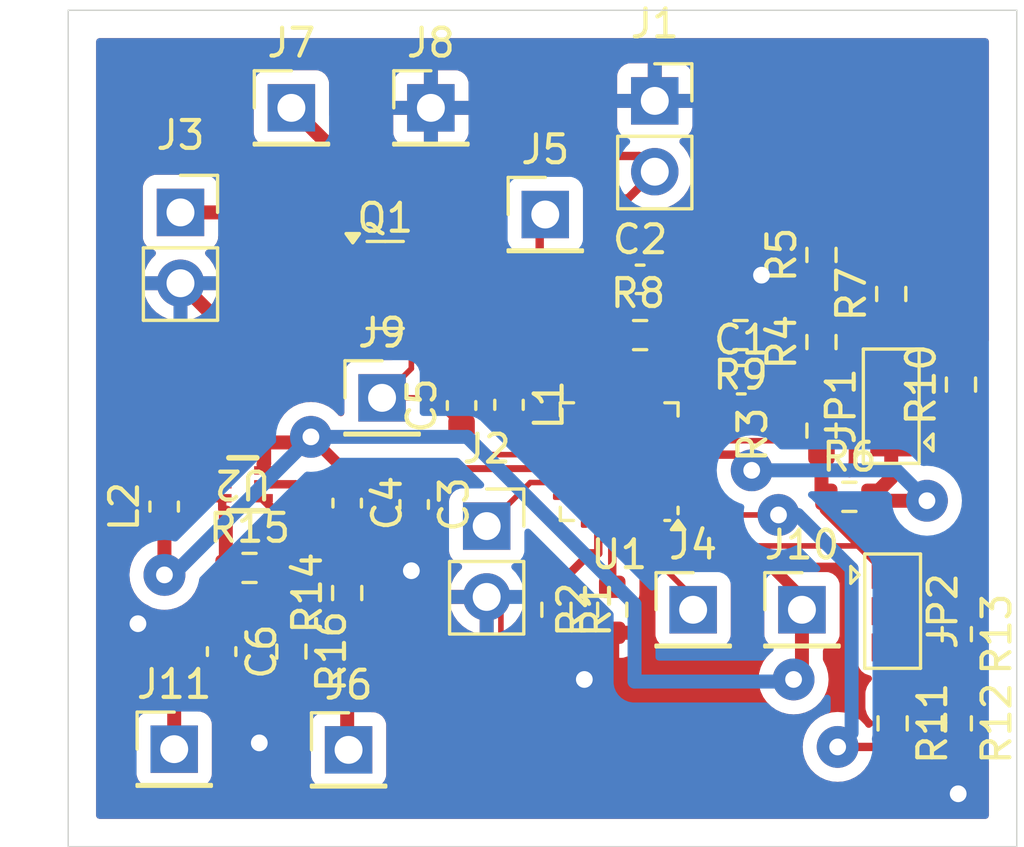
<source format=kicad_pcb>
(kicad_pcb (version 20240108) (generator "pcbnew") (generator_version "8.0")
  (layers (0 "F.Cu" signal) (31 "B.Cu" signal) (34 "B.Paste" user) (35 "F.Paste" user) (36 "B.SilkS" user "B.Silkscreen") (37 "F.SilkS" user "F.Silkscreen") (38 "B.Mask" user) (39 "F.Mask" user) (44 "Edge.Cuts" user))
  (net 0 "")
  (net 1 "GND")
  (net 2 "Net-(U1-MPPT)")
  (net 3 "Net-(JP2-A)")
  (net 4 "Net-(U1-MINOP)")
  (net 5 "Net-(U1-VID)")
  (net 6 "Net-(U1-SETHYST)")
  (net 7 "Net-(JP1-A)")
  (net 8 "Net-(JP1-B)")
  (net 9 "Net-(J1-Pin_2)")
  (net 10 "Net-(JP1-C)")
  (net 11 "Net-(JP2-B)")
  (net 12 "Net-(JP2-C)")
  (net 13 "5V_EN")
  (net 14 "Net-(U2-FB)")
  (net 15 "+5V")
  (net 16 "Net-(J3-Pin_1)")
  (net 17 "+3.3V")
  (net 18 "~{SNSR_EN}")
  (net 19 "Net-(U1-SW)")
  (net 20 "Net-(J2-Pin_1)")
  (net 23 "VSS")
  (net 24 "Net-(U1-CBP)")
  (net 25 "~{CHRGR_EN}")
  (net 26 "LLD")
  (net 27 "Net-(U2-SW)")
  (net 28 "Net-(U1-SETPG)")
  (net 29 "/SETSD")
  (footprint "Connector_PinHeader_2.54mm:PinHeader_1x01_P2.54mm_Vertical" (layer "F.Cu") (at 101.25 100.9)
    (property "Reference" "J9" (at 0 -2.33 0) (layer "F.SilkS"))
    (property "Value" "Conn_01x01_Pin")
    (fp_line (start -1.33 -1.33) (end 0 -1.33) (stroke (width 0.12)) (layer "F.SilkS"))
    (fp_line (start -1.33 0) (end -1.33 -1.33) (stroke (width 0.12)) (layer "F.SilkS"))
    (fp_line (start -1.33 1.27) (end -1.33 1.33) (stroke (width 0.12)) (layer "F.SilkS"))
    (fp_line (start -1.33 1.27) (end 1.33 1.27) (stroke (width 0.12)) (layer "F.SilkS"))
    (fp_line (start -1.33 1.33) (end 1.33 1.33) (stroke (width 0.12)) (layer "F.SilkS"))
    (fp_line (start 1.33 1.27) (end 1.33 1.33) (stroke (width 0.12)) (layer "F.SilkS"))
    (pad "1" thru_hole rect (at 0 0) (size 1.7 1.7) (drill 1) (layers "*.Cu" "*.Mask") (net 17 "+3.3V"))
  )
  (footprint "Resistor_SMD:R_0603_1608Metric" (layer "F.Cu") (at 110.5 98.65)
    (property "Reference" "R8" (at -0.075 -1.5 0) (layer "F.SilkS"))
    (property "Value" "4.7M")
    (fp_line (start -0.237258 -0.5225) (end 0.237258 -0.5225) (stroke (width 0.12)) (layer "F.SilkS"))
    (fp_line (start -0.237258 0.5225) (end 0.237258 0.5225) (stroke (width 0.12)) (layer "F.SilkS"))
    (pad "1" smd roundrect (at -0.825 0) (size 0.8 0.95) (layers "F.Cu" "F.Paste" "F.Mask") (net 9 "Net-(J1-Pin_2)"))
    (pad "2" smd roundrect (at 0.825 0) (size 0.8 0.95) (layers "F.Cu" "F.Paste" "F.Mask") (net 2 "Net-(U1-MPPT)"))
  )
  (footprint "Connector_PinSocket_2.54mm:PinSocket_1x02_P2.54mm_Vertical" (layer "F.Cu") (at 111.025 90.25)
    (property "Reference" "J1" (at 0 -2.77 0) (layer "F.SilkS"))
    (property "Value" "Solar Panel")
    (fp_line (start -1.33 1.27) (end -1.33 3.87) (stroke (width 0.12)) (layer "F.SilkS"))
    (fp_line (start -1.33 1.27) (end 1.33 1.27) (stroke (width 0.12)) (layer "F.SilkS"))
    (fp_line (start -1.33 3.87) (end 1.33 3.87) (stroke (width 0.12)) (layer "F.SilkS"))
    (fp_line (start 0 -1.33) (end 1.33 -1.33) (stroke (width 0.12)) (layer "F.SilkS"))
    (fp_line (start 1.33 -1.33) (end 1.33 0) (stroke (width 0.12)) (layer "F.SilkS"))
    (fp_line (start 1.33 1.27) (end 1.33 3.87) (stroke (width 0.12)) (layer "F.SilkS"))
    (pad "1" thru_hole rect (at 0 0) (size 1.7 1.7) (drill 1) (layers "*.Cu" "*.Mask") (net 1 "GND"))
    (pad "2" thru_hole oval (at 0 2.54) (size 1.7 1.7) (drill 1) (layers "*.Cu" "*.Mask") (net 9 "Net-(J1-Pin_2)"))
  )
  (footprint "Package_CSP:LFCSP-24-1EP_4x4mm_P0.5mm_EP2.3x2.3mm" (layer "F.Cu") (at 109.75 103.1875 180)
    (property "Reference" "U1" (at 0 -3.33 0) (layer "F.SilkS"))
    (property "Value" "ADP5091")
    (fp_line (start 2.11 2.11) (end 2.11 1.635) (stroke (width 0.12)) (layer "F.SilkS"))
    (fp_line (start 2.11 -2.11) (end 2.11 -1.635) (stroke (width 0.12)) (layer "F.SilkS"))
    (fp_line (start 1.635 2.11) (end 2.11 2.11) (stroke (width 0.12)) (layer "F.SilkS"))
    (fp_line (start 1.635 -2.11) (end 2.11 -2.11) (stroke (width 0.12)) (layer "F.SilkS"))
    (fp_line (start -1.635 2.11) (end -2.11 2.11) (stroke (width 0.12)) (layer "F.SilkS"))
    (fp_line (start -1.635 -2.11) (end -1.81 -2.11) (stroke (width 0.12)) (layer "F.SilkS"))
    (fp_line (start -2.11 2.11) (end -2.11 1.635) (stroke (width 0.12)) (layer "F.SilkS"))
    (fp_line (start -2.11 -1.635) (end -2.11 -1.87) (stroke (width 0.12)) (layer "F.SilkS"))
    (fp_poly (pts (xy -2.11 -2.11) (xy -2.35 -2.44) (xy -1.87 -2.44) (xy -2.11 -2.11)) (stroke (width 0.12)) (fill solid) (layer "F.SilkS"))
    (pad "1" smd roundrect (at -1.9375 -1.25 180) (size 0.875 0.25) (layers "F.Cu" "F.Paste" "F.Mask") (net 3 "Net-(JP2-A)"))
    (pad "2" smd roundrect (at -1.9375 -0.75 180) (size 0.875 0.25) (layers "F.Cu" "F.Paste" "F.Mask") (net 29 "/SETSD"))
    (pad "3" smd roundrect (at -1.9375 -0.25 180) (size 0.875 0.25) (layers "F.Cu" "F.Paste" "F.Mask") (net 1 "GND"))
    (pad "4" smd roundrect (at -1.9375 0.25 180) (size 0.875 0.25) (layers "F.Cu" "F.Paste" "F.Mask") (net 7 "Net-(JP1-A)"))
    (pad "5" smd roundrect (at -1.9375 0.75 180) (size 0.875 0.25) (layers "F.Cu" "F.Paste" "F.Mask") (net 28 "Net-(U1-SETPG)"))
    (pad "6" smd roundrect (at -1.9375 1.25 180) (size 0.875 0.25) (layers "F.Cu" "F.Paste" "F.Mask") (net 6 "Net-(U1-SETHYST)"))
    (pad "7" smd roundrect (at -1.25 1.9375 180) (size 0.25 0.875) (layers "F.Cu" "F.Paste" "F.Mask") (net 1 "GND"))
    (pad "8" smd roundrect (at -0.75 1.9375 180) (size 0.25 0.875) (layers "F.Cu" "F.Paste" "F.Mask") (net 24 "Net-(U1-CBP)"))
    (pad "9" smd roundrect (at -0.25 1.9375 180) (size 0.25 0.875) (layers "F.Cu" "F.Paste" "F.Mask") (net 2 "Net-(U1-MPPT)"))
    (pad "10" smd roundrect (at 0.25 1.9375 180) (size 0.25 0.875) (layers "F.Cu" "F.Paste" "F.Mask") (net 9 "Net-(J1-Pin_2)"))
    (pad "11" smd roundrect (at 0.75 1.9375 180) (size 0.25 0.875) (layers "F.Cu" "F.Paste" "F.Mask") (net 26 "LLD"))
    (pad "12" smd roundrect (at 1.25 1.9375 180) (size 0.25 0.875) (layers "F.Cu" "F.Paste" "F.Mask") (net 1 "GND"))
    (pad "13" smd roundrect (at 1.9375 1.25 180) (size 0.875 0.25) (layers "F.Cu" "F.Paste" "F.Mask") (net 19 "Net-(U1-SW)"))
    (pad "14" smd roundrect (at 1.9375 0.75 180) (size 0.875 0.25) (layers "F.Cu" "F.Paste" "F.Mask") (net 17 "+3.3V"))
    (pad "15" smd roundrect (at 1.9375 0.25 180) (size 0.875 0.25) (layers "F.Cu" "F.Paste" "F.Mask") (net 17 "+3.3V"))
    (pad "16" smd roundrect (at 1.9375 -0.25 180) (size 0.875 0.25) (layers "F.Cu" "F.Paste" "F.Mask") (net 23 "VSS"))
    (pad "17" smd roundrect (at 1.9375 -0.75 180) (size 0.875 0.25) (layers "F.Cu" "F.Paste" "F.Mask") (net 20 "Net-(J2-Pin_1)"))
    (pad "18" smd roundrect (at 1.9375 -1.25 180) (size 0.875 0.25) (layers "F.Cu" "F.Paste" "F.Mask"))
    (pad "19" smd roundrect (at 1.25 -1.9375 180) (size 0.25 0.875) (layers "F.Cu" "F.Paste" "F.Mask"))
    (pad "20" smd roundrect (at 0.75 -1.9375 180) (size 0.25 0.875) (layers "F.Cu" "F.Paste" "F.Mask") (net 5 "Net-(U1-VID)"))
    (pad "21" smd roundrect (at 0.25 -1.9375 180) (size 0.25 0.875) (layers "F.Cu" "F.Paste" "F.Mask") (net 4 "Net-(U1-MINOP)"))
    (pad "22" smd roundrect (at -0.25 -1.9375 180) (size 0.25 0.875) (layers "F.Cu" "F.Paste" "F.Mask") (net 25 "~{CHRGR_EN}"))
    (pad "23" smd roundrect (at -0.75 -1.9375 180) (size 0.25 0.875) (layers "F.Cu" "F.Paste" "F.Mask") (net 23 "VSS"))
    (pad "24" smd roundrect (at -1.25 -1.9375 180) (size 0.25 0.875) (layers "F.Cu" "F.Paste" "F.Mask") (net 23 "VSS"))
    (pad "25" smd rect (at 0 0 180) (size 2.3 2.3) (property pad_prop_heatsink) (layers "F.Cu" "F.Mask") (net 1 "GND"))
  )
  (footprint "Resistor_SMD:R_0603_1608Metric" (layer "F.Cu") (at 100 107.9 90)
    (property "Reference" "R14" (at 0 -1.43 90) (layer "F.SilkS"))
    (property "Value" "10M")
    (fp_line (start -0.237258 -0.5225) (end 0.237258 -0.5225) (stroke (width 0.12)) (layer "F.SilkS"))
    (fp_line (start -0.237258 0.5225) (end 0.237258 0.5225) (stroke (width 0.12)) (layer "F.SilkS"))
    (pad "1" smd roundrect (at -0.825 0 90) (size 0.8 0.95) (layers "F.Cu" "F.Paste" "F.Mask") (net 13 "5V_EN"))
    (pad "2" smd roundrect (at 0.825 0 90) (size 0.8 0.95) (layers "F.Cu" "F.Paste" "F.Mask") (net 1 "GND"))
  )
  (footprint "Resistor_SMD:R_0603_1608Metric" (layer "F.Cu") (at 98 110 -90)
    (property "Reference" "R16" (at 0 -1.43 90) (layer "F.SilkS"))
    (property "Value" "200k")
    (fp_line (start -0.237258 0.5225) (end 0.237258 0.5225) (stroke (width 0.12)) (layer "F.SilkS"))
    (fp_line (start -0.237258 -0.5225) (end 0.237258 -0.5225) (stroke (width 0.12)) (layer "F.SilkS"))
    (pad "1" smd roundrect (at -0.825 0 270) (size 0.8 0.95) (layers "F.Cu" "F.Paste" "F.Mask") (net 14 "Net-(U2-FB)"))
    (pad "2" smd roundrect (at 0.825 0 270) (size 0.8 0.95) (layers "F.Cu" "F.Paste" "F.Mask") (net 1 "GND"))
  )
  (footprint "Capacitor_SMD:C_0603_1608Metric" (layer "F.Cu") (at 104.1 101.175 90)
    (property "Reference" "C5" (at 0 -1.43 90) (layer "F.SilkS"))
    (property "Value" "10u")
    (fp_line (start -0.14058 -0.51) (end 0.14058 -0.51) (stroke (width 0.12)) (layer "F.SilkS"))
    (fp_line (start -0.14058 0.51) (end 0.14058 0.51) (stroke (width 0.12)) (layer "F.SilkS"))
    (pad "1" smd roundrect (at -0.775 0 90) (size 0.9 0.95) (layers "F.Cu" "F.Paste" "F.Mask") (net 17 "+3.3V"))
    (pad "2" smd roundrect (at 0.775 0 90) (size 0.9 0.95) (layers "F.Cu" "F.Paste" "F.Mask") (net 1 "GND"))
  )
  (footprint "Resistor_SMD:R_0603_1608Metric" (layer "F.Cu") (at 119.55 112.575 -90)
    (property "Reference" "R11" (at 0 -1.43 90) (layer "F.SilkS"))
    (property "Value" "9.76M")
    (fp_line (start -0.237258 0.5225) (end 0.237258 0.5225) (stroke (width 0.12)) (layer "F.SilkS"))
    (fp_line (start -0.237258 -0.5225) (end 0.237258 -0.5225) (stroke (width 0.12)) (layer "F.SilkS"))
    (pad "1" smd roundrect (at -0.825 0 270) (size 0.8 0.95) (layers "F.Cu" "F.Paste" "F.Mask") (net 11 "Net-(JP2-B)"))
    (pad "2" smd roundrect (at 0.825 0 270) (size 0.8 0.95) (layers "F.Cu" "F.Paste" "F.Mask") (net 29 "/SETSD"))
  )
  (footprint "Connector_PinHeader_2.54mm:PinHeader_1x01_P2.54mm_Vertical" (layer "F.Cu") (at 103 90.5)
    (property "Reference" "J8" (at 0 -2.33 0) (layer "F.SilkS"))
    (property "Value" "Conn_01x01_Pin")
    (fp_line (start -1.33 -1.33) (end 0 -1.33) (stroke (width 0.12)) (layer "F.SilkS"))
    (fp_line (start -1.33 0) (end -1.33 -1.33) (stroke (width 0.12)) (layer "F.SilkS"))
    (fp_line (start -1.33 1.27) (end -1.33 1.33) (stroke (width 0.12)) (layer "F.SilkS"))
    (fp_line (start -1.33 1.27) (end 1.33 1.27) (stroke (width 0.12)) (layer "F.SilkS"))
    (fp_line (start -1.33 1.33) (end 1.33 1.33) (stroke (width 0.12)) (layer "F.SilkS"))
    (fp_line (start 1.33 1.27) (end 1.33 1.33) (stroke (width 0.12)) (layer "F.SilkS"))
    (pad "1" thru_hole rect (at 0 0) (size 1.7 1.7) (drill 1) (layers "*.Cu" "*.Mask") (net 1 "GND"))
  )
  (footprint "Jumper:SolderJumper-3_P1.3mm_Bridged12_Pad1.0x1.5mm" (layer "F.Cu") (at 119.5 101.2 90)
    (property "Reference" "JP1" (at 0 -1.8 90) (layer "F.SilkS"))
    (property "Value" "Power Type Select")
    (fp_poly (pts (xy -0.9 -0.3) (xy -0.4 -0.3) (xy -0.4 0.3) (xy -0.9 0.3)) (fill solid) (layer "F.Cu"))
    (fp_line (start 2.05 -1) (end 2.05 1) (stroke (width 0.12)) (layer "F.SilkS"))
    (fp_line (start -2.05 -1) (end 2.05 -1) (stroke (width 0.12)) (layer "F.SilkS"))
    (fp_line (start 2.05 1) (end -2.05 1) (stroke (width 0.12)) (layer "F.SilkS"))
    (fp_line (start -2.05 1) (end -2.05 -1) (stroke (width 0.12)) (layer "F.SilkS"))
    (fp_line (start -1.3 1.2) (end -1 1.5) (stroke (width 0.12)) (layer "F.SilkS"))
    (fp_line (start -1.3 1.2) (end -1.6 1.5) (stroke (width 0.12)) (layer "F.SilkS"))
    (fp_line (start -1.6 1.5) (end -1 1.5) (stroke (width 0.12)) (layer "F.SilkS"))
    (pad "1" smd rect (at -1.3 0 90) (size 1 1.5) (layers "F.Cu" "F.Mask") (net 7 "Net-(JP1-A)"))
    (pad "2" smd rect (at 0 0 90) (size 1 1.5) (layers "F.Cu" "F.Mask") (net 10 "Net-(JP1-C)"))
    (pad "3" smd rect (at 1.3 0 90) (size 1 1.5) (layers "F.Cu" "F.Mask") (net 8 "Net-(JP1-B)"))
  )
  (footprint "Resistor_SMD:R_0603_1608Metric" (layer "F.Cu") (at 117 102.075 90)
    (property "Reference" "R3" (at -0.15 -2.47 -90) (layer "F.SilkS"))
    (property "Value" "6.98M")
    (fp_line (start -0.237258 -0.5225) (end 0.237258 -0.5225) (stroke (width 0.12)) (layer "F.SilkS"))
    (fp_line (start -0.237258 0.5225) (end 0.237258 0.5225) (stroke (width 0.12)) (layer "F.SilkS"))
    (pad "1" smd roundrect (at -0.825 0 90) (size 0.8 0.95) (layers "F.Cu" "F.Paste" "F.Mask") (net 3 "Net-(JP2-A)"))
    (pad "2" smd roundrect (at 0.825 0 90) (size 0.8 0.95) (layers "F.Cu" "F.Paste" "F.Mask") (net 28 "Net-(U1-SETPG)"))
  )
  (footprint "Connector_PinHeader_2.54mm:PinHeader_1x01_P2.54mm_Vertical" (layer "F.Cu") (at 107.1 94.325)
    (property "Reference" "J5" (at 0 -2.33 0) (layer "F.SilkS"))
    (property "Value" "Conn_01x01_Pin")
    (fp_line (start -1.33 -1.33) (end 0 -1.33) (stroke (width 0.12)) (layer "F.SilkS"))
    (fp_line (start -1.33 0) (end -1.33 -1.33) (stroke (width 0.12)) (layer "F.SilkS"))
    (fp_line (start -1.33 1.27) (end -1.33 1.33) (stroke (width 0.12)) (layer "F.SilkS"))
    (fp_line (start -1.33 1.27) (end 1.33 1.27) (stroke (width 0.12)) (layer "F.SilkS"))
    (fp_line (start -1.33 1.33) (end 1.33 1.33) (stroke (width 0.12)) (layer "F.SilkS"))
    (fp_line (start 1.33 1.27) (end 1.33 1.33) (stroke (width 0.12)) (layer "F.SilkS"))
    (pad "1" thru_hole rect (at 0 0) (size 1.7 1.7) (drill 1) (layers "*.Cu" "*.Mask") (net 26 "LLD"))
  )
  (footprint "Connector_PinSocket_2.54mm:PinSocket_1x02_P2.54mm_Vertical" (layer "F.Cu") (at 105 105.5)
    (property "Reference" "J2" (at 0 -2.77 0) (layer "F.SilkS"))
    (property "Value" "BATT")
    (fp_line (start -1.33 1.27) (end -1.33 3.87) (stroke (width 0.12)) (layer "F.SilkS"))
    (fp_line (start -1.33 1.27) (end 1.33 1.27) (stroke (width 0.12)) (layer "F.SilkS"))
    (fp_line (start -1.33 3.87) (end 1.33 3.87) (stroke (width 0.12)) (layer "F.SilkS"))
    (fp_line (start 0 -1.33) (end 1.33 -1.33) (stroke (width 0.12)) (layer "F.SilkS"))
    (fp_line (start 1.33 -1.33) (end 1.33 0) (stroke (width 0.12)) (layer "F.SilkS"))
    (fp_line (start 1.33 1.27) (end 1.33 3.87) (stroke (width 0.12)) (layer "F.SilkS"))
    (pad "1" thru_hole rect (at 0 0) (size 1.7 1.7) (drill 1) (layers "*.Cu" "*.Mask") (net 20 "Net-(J2-Pin_1)"))
    (pad "2" thru_hole oval (at 0 2.54) (size 1.7 1.7) (drill 1) (layers "*.Cu" "*.Mask") (net 1 "GND"))
  )
  (footprint "Connector_PinSocket_2.54mm:PinSocket_1x02_P2.54mm_Vertical" (layer "F.Cu") (at 94.025 94.25)
    (property "Reference" "J3" (at 0 -2.77 0) (layer "F.SilkS"))
    (property "Value" "3V3 Sensor Bus")
    (fp_line (start -1.33 1.27) (end -1.33 3.87) (stroke (width 0.12)) (layer "F.SilkS"))
    (fp_line (start -1.33 1.27) (end 1.33 1.27) (stroke (width 0.12)) (layer "F.SilkS"))
    (fp_line (start -1.33 3.87) (end 1.33 3.87) (stroke (width 0.12)) (layer "F.SilkS"))
    (fp_line (start 0 -1.33) (end 1.33 -1.33) (stroke (width 0.12)) (layer "F.SilkS"))
    (fp_line (start 1.33 -1.33) (end 1.33 0) (stroke (width 0.12)) (layer "F.SilkS"))
    (fp_line (start 1.33 1.27) (end 1.33 3.87) (stroke (width 0.12)) (layer "F.SilkS"))
    (pad "1" thru_hole rect (at 0 0) (size 1.7 1.7) (drill 1) (layers "*.Cu" "*.Mask") (net 16 "Net-(J3-Pin_1)"))
    (pad "2" thru_hole oval (at 0 2.54) (size 1.7 1.7) (drill 1) (layers "*.Cu" "*.Mask") (net 1 "GND"))
  )
  (footprint "Capacitor_SMD:C_0603_1608Metric" (layer "F.Cu") (at 110.5 96.65)
    (property "Reference" "C2" (at 0 -1.43 0) (layer "F.SilkS"))
    (property "Value" "10u")
    (fp_line (start -0.14058 -0.51) (end 0.14058 -0.51) (stroke (width 0.12)) (layer "F.SilkS"))
    (fp_line (start -0.14058 0.51) (end 0.14058 0.51) (stroke (width 0.12)) (layer "F.SilkS"))
    (pad "1" smd roundrect (at -0.775 0) (size 0.9 0.95) (layers "F.Cu" "F.Paste" "F.Mask") (net 9 "Net-(J1-Pin_2)"))
    (pad "2" smd roundrect (at 0.775 0) (size 0.9 0.95) (layers "F.Cu" "F.Paste" "F.Mask") (net 1 "GND"))
  )
  (footprint "Resistor_SMD:R_0603_1608Metric" (layer "F.Cu") (at 118 104.45)
    (property "Reference" "R6" (at 0 -1.43 0) (layer "F.SilkS"))
    (property "Value" "7.15M")
    (fp_line (start -0.237258 -0.5225) (end 0.237258 -0.5225) (stroke (width 0.12)) (layer "F.SilkS"))
    (fp_line (start -0.237258 0.5225) (end 0.237258 0.5225) (stroke (width 0.12)) (layer "F.SilkS"))
    (pad "1" smd roundrect (at -0.825 0) (size 0.8 0.95) (layers "F.Cu" "F.Paste" "F.Mask") (net 3 "Net-(JP2-A)"))
    (pad "2" smd roundrect (at 0.825 0) (size 0.8 0.95) (layers "F.Cu" "F.Paste" "F.Mask") (net 7 "Net-(JP1-A)"))
  )
  (footprint "Resistor_SMD:R_0603_1608Metric" (layer "F.Cu") (at 119.5 97.175 90)
    (property "Reference" "R7" (at 0 -1.43 90) (layer "F.SilkS"))
    (property "Value" "8.45M")
    (fp_line (start -0.237258 -0.5225) (end 0.237258 -0.5225) (stroke (width 0.12)) (layer "F.SilkS"))
    (fp_line (start -0.237258 0.5225) (end 0.237258 0.5225) (stroke (width 0.12)) (layer "F.SilkS"))
    (pad "1" smd roundrect (at -0.825 0 90) (size 0.8 0.95) (layers "F.Cu" "F.Paste" "F.Mask") (net 8 "Net-(JP1-B)"))
    (pad "2" smd roundrect (at 0.825 0 90) (size 0.8 0.95) (layers "F.Cu" "F.Paste" "F.Mask") (net 1 "GND"))
  )
  (footprint "Capacitor_SMD:C_0603_1608Metric" (layer "F.Cu") (at 95.5 110 -90)
    (property "Reference" "C6" (at 0 -1.43 90) (layer "F.SilkS"))
    (property "Value" "10u")
    (fp_line (start -0.14058 0.51) (end 0.14058 0.51) (stroke (width 0.12)) (layer "F.SilkS"))
    (fp_line (start -0.14058 -0.51) (end 0.14058 -0.51) (stroke (width 0.12)) (layer "F.SilkS"))
    (pad "1" smd roundrect (at -0.775 0 270) (size 0.9 0.95) (layers "F.Cu" "F.Paste" "F.Mask") (net 15 "+5V"))
    (pad "2" smd roundrect (at 0.775 0 270) (size 0.9 0.95) (layers "F.Cu" "F.Paste" "F.Mask") (net 1 "GND"))
  )
  (footprint "Connector_PinHeader_2.54mm:PinHeader_1x01_P2.54mm_Vertical" (layer "F.Cu") (at 100.05 113.525)
    (property "Reference" "J6" (at 0 -2.33 0) (layer "F.SilkS"))
    (property "Value" "Conn_01x01_Pin")
    (fp_line (start -1.33 -1.33) (end 0 -1.33) (stroke (width 0.12)) (layer "F.SilkS"))
    (fp_line (start -1.33 0) (end -1.33 -1.33) (stroke (width 0.12)) (layer "F.SilkS"))
    (fp_line (start -1.33 1.27) (end -1.33 1.33) (stroke (width 0.12)) (layer "F.SilkS"))
    (fp_line (start -1.33 1.27) (end 1.33 1.27) (stroke (width 0.12)) (layer "F.SilkS"))
    (fp_line (start -1.33 1.33) (end 1.33 1.33) (stroke (width 0.12)) (layer "F.SilkS"))
    (fp_line (start 1.33 1.27) (end 1.33 1.33) (stroke (width 0.12)) (layer "F.SilkS"))
    (pad "1" thru_hole rect (at 0 0) (size 1.7 1.7) (drill 1) (layers "*.Cu" "*.Mask") (net 13 "5V_EN"))
  )
  (footprint "Resistor_SMD:R_0603_1608Metric" (layer "F.Cu") (at 107.5 108.5 -90)
    (property "Reference" "R1" (at 0 -1.43 90) (layer "F.SilkS"))
    (property "Value" "55.6k")
    (fp_line (start -0.237258 0.5225) (end 0.237258 0.5225) (stroke (width 0.12)) (layer "F.SilkS"))
    (fp_line (start -0.237258 -0.5225) (end 0.237258 -0.5225) (stroke (width 0.12)) (layer "F.SilkS"))
    (pad "1" smd roundrect (at -0.825 0 270) (size 0.8 0.95) (layers "F.Cu" "F.Paste" "F.Mask") (net 5 "Net-(U1-VID)"))
    (pad "2" smd roundrect (at 0.825 0 270) (size 0.8 0.95) (layers "F.Cu" "F.Paste" "F.Mask") (net 1 "GND"))
  )
  (footprint "Capacitor_SMD:C_0603_1608Metric" (layer "F.Cu") (at 100 104.675 -90)
    (property "Reference" "C4" (at 0 -1.43 90) (layer "F.SilkS"))
    (property "Value" "4.7u")
    (fp_line (start -0.14058 0.51) (end 0.14058 0.51) (stroke (width 0.12)) (layer "F.SilkS"))
    (fp_line (start -0.14058 -0.51) (end 0.14058 -0.51) (stroke (width 0.12)) (layer "F.SilkS"))
    (pad "1" smd roundrect (at -0.775 0 270) (size 0.9 0.95) (layers "F.Cu" "F.Paste" "F.Mask") (net 23 "VSS"))
    (pad "2" smd roundrect (at 0.775 0 270) (size 0.9 0.95) (layers "F.Cu" "F.Paste" "F.Mask") (net 1 "GND"))
  )
  (footprint "Connector_PinHeader_2.54mm:PinHeader_1x01_P2.54mm_Vertical" (layer "F.Cu") (at 93.8 113.5)
    (property "Reference" "J11" (at 0 -2.33 0) (layer "F.SilkS"))
    (property "Value" "Conn_01x01_Pin")
    (fp_line (start -1.33 -1.33) (end 0 -1.33) (stroke (width 0.12)) (layer "F.SilkS"))
    (fp_line (start -1.33 0) (end -1.33 -1.33) (stroke (width 0.12)) (layer "F.SilkS"))
    (fp_line (start -1.33 1.27) (end -1.33 1.33) (stroke (width 0.12)) (layer "F.SilkS"))
    (fp_line (start -1.33 1.27) (end 1.33 1.27) (stroke (width 0.12)) (layer "F.SilkS"))
    (fp_line (start -1.33 1.33) (end 1.33 1.33) (stroke (width 0.12)) (layer "F.SilkS"))
    (fp_line (start 1.33 1.27) (end 1.33 1.33) (stroke (width 0.12)) (layer "F.SilkS"))
    (pad "1" thru_hole rect (at 0 0) (size 1.7 1.7) (drill 1) (layers "*.Cu" "*.Mask") (net 15 "+5V"))
  )
  (footprint "Capacitor_SMD:C_0603_1608Metric" (layer "F.Cu") (at 102.4 104.725 -90)
    (property "Reference" "C3" (at 0 -1.43 90) (layer "F.SilkS"))
    (property "Value" "0.1u")
    (fp_line (start -0.14058 0.51) (end 0.14058 0.51) (stroke (width 0.12)) (layer "F.SilkS"))
    (fp_line (start -0.14058 -0.51) (end 0.14058 -0.51) (stroke (width 0.12)) (layer "F.SilkS"))
    (pad "1" smd roundrect (at -0.775 0 270) (size 0.9 0.95) (layers "F.Cu" "F.Paste" "F.Mask") (net 23 "VSS"))
    (pad "2" smd roundrect (at 0.775 0 270) (size 0.9 0.95) (layers "F.Cu" "F.Paste" "F.Mask") (net 1 "GND"))
  )
  (footprint "Resistor_SMD:R_0603_1608Metric" (layer "F.Cu") (at 109.5 108.5 90)
    (property "Reference" "R2" (at 0 -1.43 90) (layer "F.SilkS"))
    (property "Value" "150k")
    (fp_line (start -0.237258 -0.5225) (end 0.237258 -0.5225) (stroke (width 0.12)) (layer "F.SilkS"))
    (fp_line (start -0.237258 0.5225) (end 0.237258 0.5225) (stroke (width 0.12)) (layer "F.SilkS"))
    (pad "1" smd roundrect (at -0.825 0 90) (size 0.8 0.95) (layers "F.Cu" "F.Paste" "F.Mask") (net 1 "GND"))
    (pad "2" smd roundrect (at 0.825 0 90) (size 0.8 0.95) (layers "F.Cu" "F.Paste" "F.Mask") (net 4 "Net-(U1-MINOP)"))
  )
  (footprint "Capacitor_SMD:C_0603_1608Metric" (layer "F.Cu") (at 114.125 100.25)
    (property "Reference" "C1" (at 0 -1.43 0) (layer "F.SilkS"))
    (property "Value" "10n")
    (fp_line (start -0.14058 -0.51) (end 0.14058 -0.51) (stroke (width 0.12)) (layer "F.SilkS"))
    (fp_line (start -0.14058 0.51) (end 0.14058 0.51) (stroke (width 0.12)) (layer "F.SilkS"))
    (pad "1" smd roundrect (at -0.775 0) (size 0.9 0.95) (layers "F.Cu" "F.Paste" "F.Mask") (net 24 "Net-(U1-CBP)"))
    (pad "2" smd roundrect (at 0.775 0) (size 0.9 0.95) (layers "F.Cu" "F.Paste" "F.Mask") (net 1 "GND"))
  )
  (footprint "Inductor_SMD:L_0603_1608Metric" (layer "F.Cu") (at 93.44 104.8 90)
    (property "Reference" "L2" (at 0 -1.43 90) (layer "F.SilkS"))
    (property "Value" "1u")
    (fp_line (start -0.162779 -0.51) (end 0.162779 -0.51) (stroke (width 0.12)) (layer "F.SilkS"))
    (fp_line (start -0.162779 0.51) (end 0.162779 0.51) (stroke (width 0.12)) (layer "F.SilkS"))
    (pad "1" smd roundrect (at -0.7875 0 90) (size 0.875 0.95) (layers "F.Cu" "F.Paste" "F.Mask") (net 23 "VSS"))
    (pad "2" smd roundrect (at 0.7875 0 90) (size 0.875 0.95) (layers "F.Cu" "F.Paste" "F.Mask") (net 27 "Net-(U2-SW)"))
  )
  (footprint "Package_TO_SOT_SMD:SOT-23" (layer "F.Cu") (at 101.3625 96.85)
    (property "Reference" "Q1" (at 0 -2.4 0) (layer "F.SilkS"))
    (property "Value" "BSS84")
    (fp_line (start 0 -1.56) (end -0.65 -1.56) (stroke (width 0.12)) (layer "F.SilkS"))
    (fp_line (start 0 -1.56) (end 0.65 -1.56) (stroke (width 0.12)) (layer "F.SilkS"))
    (fp_line (start 0 1.56) (end -0.65 1.56) (stroke (width 0.12)) (layer "F.SilkS"))
    (fp_line (start 0 1.56) (end 0.65 1.56) (stroke (width 0.12)) (layer "F.SilkS"))
    (fp_poly (pts (xy -1.1625 -1.51) (xy -1.4025 -1.84) (xy -0.9225 -1.84) (xy -1.1625 -1.51)) (stroke (width 0.12)) (fill solid) (layer "F.SilkS"))
    (pad "1" smd roundrect (at -0.9375 -0.95) (size 1.475 0.6) (layers "F.Cu" "F.Paste" "F.Mask") (net 18 "~{SNSR_EN}"))
    (pad "2" smd roundrect (at -0.9375 0.95) (size 1.475 0.6) (layers "F.Cu" "F.Paste" "F.Mask") (net 16 "Net-(J3-Pin_1)"))
    (pad "3" smd roundrect (at 0.9375 0) (size 1.475 0.6) (layers "F.Cu" "F.Paste" "F.Mask") (net 17 "+3.3V"))
  )
  (footprint "Inductor_SMD:L_0603_1608Metric" (layer "F.Cu") (at 105.8 101.15 -90)
    (property "Reference" "L1" (at 0 -1.43 90) (layer "F.SilkS"))
    (property "Value" "22u")
    (fp_line (start -0.162779 0.51) (end 0.162779 0.51) (stroke (width 0.12)) (layer "F.SilkS"))
    (fp_line (start -0.162779 -0.51) (end 0.162779 -0.51) (stroke (width 0.12)) (layer "F.SilkS"))
    (pad "1" smd roundrect (at -0.7875 0 270) (size 0.875 0.95) (layers "F.Cu" "F.Paste" "F.Mask") (net 9 "Net-(J1-Pin_2)"))
    (pad "2" smd roundrect (at 0.7875 0 270) (size 0.875 0.95) (layers "F.Cu" "F.Paste" "F.Mask") (net 19 "Net-(U1-SW)"))
  )
  (footprint "Resistor_SMD:R_0603_1608Metric" (layer "F.Cu") (at 96.5 107)
    (property "Reference" "R15" (at 0 -1.43 0) (layer "F.SilkS"))
    (property "Value" "1.47M")
    (fp_line (start -0.237258 -0.5225) (end 0.237258 -0.5225) (stroke (width 0.12)) (layer "F.SilkS"))
    (fp_line (start -0.237258 0.5225) (end 0.237258 0.5225) (stroke (width 0.12)) (layer "F.SilkS"))
    (pad "1" smd roundrect (at -0.825 0) (size 0.8 0.95) (layers "F.Cu" "F.Paste" "F.Mask") (net 15 "+5V"))
    (pad "2" smd roundrect (at 0.825 0) (size 0.8 0.95) (layers "F.Cu" "F.Paste" "F.Mask") (net 14 "Net-(U2-FB)"))
  )
  (footprint "Connector_PinHeader_2.54mm:PinHeader_1x01_P2.54mm_Vertical" (layer "F.Cu") (at 112.4 108.5)
    (property "Reference" "J4" (at 0 -2.33 0) (layer "F.SilkS"))
    (property "Value" "Conn_01x01_Pin")
    (fp_line (start -1.33 -1.33) (end 0 -1.33) (stroke (width 0.12)) (layer "F.SilkS"))
    (fp_line (start -1.33 0) (end -1.33 -1.33) (stroke (width 0.12)) (layer "F.SilkS"))
    (fp_line (start -1.33 1.27) (end -1.33 1.33) (stroke (width 0.12)) (layer "F.SilkS"))
    (fp_line (start -1.33 1.27) (end 1.33 1.27) (stroke (width 0.12)) (layer "F.SilkS"))
    (fp_line (start -1.33 1.33) (end 1.33 1.33) (stroke (width 0.12)) (layer "F.SilkS"))
    (fp_line (start 1.33 1.27) (end 1.33 1.33) (stroke (width 0.12)) (layer "F.SilkS"))
    (pad "1" thru_hole rect (at 0 0) (size 1.7 1.7) (drill 1) (layers "*.Cu" "*.Mask") (net 25 "~{CHRGR_EN}"))
  )
  (footprint "Resistor_SMD:R_0603_1608Metric" (layer "F.Cu") (at 121.85 109.375 -90)
    (property "Reference" "R13" (at 0 -1.43 90) (layer "F.SilkS"))
    (property "Value" "10.2M")
    (fp_line (start -0.237258 0.5225) (end 0.237258 0.5225) (stroke (width 0.12)) (layer "F.SilkS"))
    (fp_line (start -0.237258 -0.5225) (end 0.237258 -0.5225) (stroke (width 0.12)) (layer "F.SilkS"))
    (pad "1" smd roundrect (at -0.825 0 270) (size 0.8 0.95) (layers "F.Cu" "F.Paste" "F.Mask") (net 12 "Net-(JP2-C)"))
    (pad "2" smd roundrect (at 0.825 0 270) (size 0.8 0.95) (layers "F.Cu" "F.Paste" "F.Mask") (net 29 "/SETSD"))
  )
  (footprint "Resistor_SMD:R_0603_1608Metric" (layer "F.Cu") (at 114.1 98.65 180)
    (property "Reference" "R9" (at 0 -1.43 0) (layer "F.SilkS"))
    (property "Value" "18M")
    (fp_line (start -0.237258 0.5225) (end 0.237258 0.5225) (stroke (width 0.12)) (layer "F.SilkS"))
    (fp_line (start -0.237258 -0.5225) (end 0.237258 -0.5225) (stroke (width 0.12)) (layer "F.SilkS"))
    (pad "1" smd roundrect (at -0.825 0 180) (size 0.8 0.95) (layers "F.Cu" "F.Paste" "F.Mask") (net 1 "GND"))
    (pad "2" smd roundrect (at 0.825 0 180) (size 0.8 0.95) (layers "F.Cu" "F.Paste" "F.Mask") (net 2 "Net-(U1-MPPT)"))
  )
  (footprint "Resistor_SMD:R_0603_1608Metric" (layer "F.Cu") (at 122 100.425 90)
    (property "Reference" "R10" (at 0 -1.43 90) (layer "F.SilkS"))
    (property "Value" "4.32M")
    (fp_line (start -0.237258 -0.5225) (end 0.237258 -0.5225) (stroke (width 0.12)) (layer "F.SilkS"))
    (fp_line (start -0.237258 0.5225) (end 0.237258 0.5225) (stroke (width 0.12)) (layer "F.SilkS"))
    (pad "1" smd roundrect (at -0.825 0 90) (size 0.8 0.95) (layers "F.Cu" "F.Paste" "F.Mask") (net 10 "Net-(JP1-C)"))
    (pad "2" smd roundrect (at 0.825 0 90) (size 0.8 0.95) (layers "F.Cu" "F.Paste" "F.Mask") (net 1 "GND"))
  )
  (footprint "Resistor_SMD:R_0603_1608Metric" (layer "F.Cu") (at 121.85 112.575 -90)
    (property "Reference" "R12" (at 0 -1.43 90) (layer "F.SilkS"))
    (property "Value" "4.99M")
    (fp_line (start -0.237258 0.5225) (end 0.237258 0.5225) (stroke (width 0.12)) (layer "F.SilkS"))
    (fp_line (start -0.237258 -0.5225) (end 0.237258 -0.5225) (stroke (width 0.12)) (layer "F.SilkS"))
    (pad "1" smd roundrect (at -0.825 0 270) (size 0.8 0.95) (layers "F.Cu" "F.Paste" "F.Mask") (net 29 "/SETSD"))
    (pad "2" smd roundrect (at 0.825 0 270) (size 0.8 0.95) (layers "F.Cu" "F.Paste" "F.Mask") (net 1 "GND"))
  )
  (footprint "Jumper:SolderJumper-3_P1.3mm_Bridged12_Pad1.0x1.5mm" (layer "F.Cu") (at 119.55 108.55 -90)
    (property "Reference" "JP2" (at 0 -1.8 90) (layer "F.SilkS"))
    (property "Value" "PTS")
    (fp_poly (pts (xy -0.9 -0.3) (xy -0.4 -0.3) (xy -0.4 0.3) (xy -0.9 0.3)) (fill solid) (layer "F.Cu"))
    (fp_line (start -1.6 1.5) (end -1 1.5) (stroke (width 0.12)) (layer "F.SilkS"))
    (fp_line (start -1.3 1.2) (end -1.6 1.5) (stroke (width 0.12)) (layer "F.SilkS"))
    (fp_line (start -1.3 1.2) (end -1 1.5) (stroke (width 0.12)) (layer "F.SilkS"))
    (fp_line (start -2.05 1) (end -2.05 -1) (stroke (width 0.12)) (layer "F.SilkS"))
    (fp_line (start 2.05 1) (end -2.05 1) (stroke (width 0.12)) (layer "F.SilkS"))
    (fp_line (start -2.05 -1) (end 2.05 -1) (stroke (width 0.12)) (layer "F.SilkS"))
    (fp_line (start 2.05 -1) (end 2.05 1) (stroke (width 0.12)) (layer "F.SilkS"))
    (pad "1" smd rect (at -1.3 0 270) (size 1 1.5) (layers "F.Cu" "F.Mask") (net 3 "Net-(JP2-A)"))
    (pad "2" smd rect (at 0 0 270) (size 1 1.5) (layers "F.Cu" "F.Mask") (net 12 "Net-(JP2-C)"))
    (pad "3" smd rect (at 1.3 0 270) (size 1 1.5) (layers "F.Cu" "F.Mask") (net 11 "Net-(JP2-B)"))
  )
  (footprint "Connector_PinHeader_2.54mm:PinHeader_1x01_P2.54mm_Vertical" (layer "F.Cu") (at 116.3 108.5)
    (property "Reference" "J10" (at 0 -2.33 0) (layer "F.SilkS"))
    (property "Value" "Conn_01x01_Pin")
    (fp_line (start -1.33 -1.33) (end 0 -1.33) (stroke (width 0.12)) (layer "F.SilkS"))
    (fp_line (start -1.33 0) (end -1.33 -1.33) (stroke (width 0.12)) (layer "F.SilkS"))
    (fp_line (start -1.33 1.27) (end -1.33 1.33) (stroke (width 0.12)) (layer "F.SilkS"))
    (fp_line (start -1.33 1.27) (end 1.33 1.27) (stroke (width 0.12)) (layer "F.SilkS"))
    (fp_line (start -1.33 1.33) (end 1.33 1.33) (stroke (width 0.12)) (layer "F.SilkS"))
    (fp_line (start 1.33 1.27) (end 1.33 1.33) (stroke (width 0.12)) (layer "F.SilkS"))
    (pad "1" thru_hole rect (at 0 0) (size 1.7 1.7) (drill 1) (layers "*.Cu" "*.Mask") (net 23 "VSS"))
  )
  (footprint "Connector_PinHeader_2.54mm:PinHeader_1x01_P2.54mm_Vertical" (layer "F.Cu") (at 98 90.5)
    (property "Reference" "J7" (at 0 -2.33 0) (layer "F.SilkS"))
    (property "Value" "Conn_01x01_Pin")
    (fp_line (start -1.33 -1.33) (end 0 -1.33) (stroke (width 0.12)) (layer "F.SilkS"))
    (fp_line (start -1.33 0) (end -1.33 -1.33) (stroke (width 0.12)) (layer "F.SilkS"))
    (fp_line (start -1.33 1.27) (end -1.33 1.33) (stroke (width 0.12)) (layer "F.SilkS"))
    (fp_line (start -1.33 1.27) (end 1.33 1.27) (stroke (width 0.12)) (layer "F.SilkS"))
    (fp_line (start -1.33 1.33) (end 1.33 1.33) (stroke (width 0.12)) (layer "F.SilkS"))
    (fp_line (start 1.33 1.27) (end 1.33 1.33) (stroke (width 0.12)) (layer "F.SilkS"))
    (pad "1" thru_hole rect (at 0 0) (size 1.7 1.7) (drill 1) (layers "*.Cu" "*.Mask") (net 18 "~{SNSR_EN}"))
  )
  (footprint "footprints:DRL0006A" (layer "F.Cu") (at 96.259999 104 180)
    (property "Reference" "U2" (at 0 0 180) (layer "F.SilkS"))
    (property "Value" "TPS61023DRLR")
    (fp_line (start -0.499999 0.950001) (end 0.499999 0.950001) (stroke (width 0.2)) (layer "F.SilkS"))
    (fp_line (start -0.900001 -0.950001) (end 0.499999 -0.950001) (stroke (width 0.2)) (layer "F.SilkS"))
    (pad "1" smd rect (at -0.740001 -0.500002 270) (size 0.299999 0.670001) (layers "F.Cu" "F.Paste" "F.Mask") (net 14 "Net-(U2-FB)"))
    (pad "2" smd rect (at -0.740001 -0.000003 270) (size 0.299999 0.670001) (layers "F.Cu" "F.Paste" "F.Mask") (net 13 "5V_EN"))
    (pad "3" smd rect (at -0.740001 0.499999 270) (size 0.299999 0.670001) (layers "F.Cu" "F.Paste" "F.Mask") (net 23 "VSS"))
    (pad "4" smd rect (at 0.740001 0.499999 270) (size 0.299999 0.670001) (layers "F.Cu" "F.Paste" "F.Mask") (net 1 "GND"))
    (pad "5" smd rect (at 0.740001 -0.000003 270) (size 0.299999 0.670001) (layers "F.Cu" "F.Paste" "F.Mask") (net 27 "Net-(U2-SW)"))
    (pad "6" smd rect (at 0.740001 -0.500002 270) (size 0.299999 0.670001) (layers "F.Cu" "F.Paste" "F.Mask") (net 15 "+5V"))
  )
  (footprint "Resistor_SMD:R_0603_1608Metric" (layer "F.Cu") (at 117 95.775 90)
    (property "Reference" "R5" (at 0 -1.43 90) (layer "F.SilkS"))
    (property "Value" "2.67M")
    (fp_line (start -0.237258 -0.5225) (end 0.237258 -0.5225) (stroke (width 0.12)) (layer "F.SilkS"))
    (fp_line (start -0.237258 0.5225) (end 0.237258 0.5225) (stroke (width 0.12)) (layer "F.SilkS"))
    (pad "1" smd roundrect (at -0.825 0 90) (size 0.8 0.95) (layers "F.Cu" "F.Paste" "F.Mask") (net 6 "Net-(U1-SETHYST)"))
    (pad "2" smd roundrect (at 0.825 0 90) (size 0.8 0.95) (layers "F.Cu" "F.Paste" "F.Mask") (net 1 "GND"))
  )
  (footprint "Resistor_SMD:R_0603_1608Metric" (layer "F.Cu") (at 117 98.9 90)
    (property "Reference" "R4" (at 0 -1.43 90) (layer "F.SilkS"))
    (property "Value" "499k")
    (fp_line (start -0.237258 -0.5225) (end 0.237258 -0.5225) (stroke (width 0.12)) (layer "F.SilkS"))
    (fp_line (start -0.237258 0.5225) (end 0.237258 0.5225) (stroke (width 0.12)) (layer "F.SilkS"))
    (pad "1" smd roundrect (at -0.825 0 90) (size 0.8 0.95) (layers "F.Cu" "F.Paste" "F.Mask") (net 28 "Net-(U1-SETPG)"))
    (pad "2" smd roundrect (at 0.825 0 90) (size 0.8 0.95) (layers "F.Cu" "F.Paste" "F.Mask") (net 6 "Net-(U1-SETHYST)"))
  )
  (gr_line (start 124 117) (end 90 117) (stroke (width 0.05)) (layer "Edge.Cuts"))
  (gr_line (start 124 87) (end 124 117) (stroke (width 0.05)) (layer "Edge.Cuts"))
  (gr_line (start 90 87) (end 124 87) (stroke (width 0.05)) (layer "Edge.Cuts"))
  (gr_line (start 90 117) (end 90 87) (stroke (width 0.05)) (layer "Edge.Cuts"))
  (segment (start 106.17 111) (end 105.51 110.34) (width 0.2) (layer "F.Cu") (net 1))
  (segment (start 102.46 105.5) (end 102.4 105.5) (width 0.2) (layer "F.Cu") (net 1))
  (segment (start 105.51 110.34) (end 105.51 108.55) (width 0.2) (layer "F.Cu") (net 1))
  (segment (start 103 93.74) (end 103.87 94.61) (width 0.2) (layer "F.Cu") (net 1))
  (segment (start 103 90.5) (end 103 93.74) (width 0.2) (layer "F.Cu") (net 1))
  (segment (start 102.3 105.6) (end 102.4 105.5) (width 0.2) (layer "F.Cu") (net 1))
  (segment (start 110.925 101.7) (end 110.925 102.0125) (width 0.2) (layer "F.Cu") (net 1))
  (segment (start 95.519998 98.284998) (end 94.025 96.79) (width 0.5) (layer "F.Cu") (net 1))
  (segment (start 108.5 111) (end 106.17 111) (width 0.2) (layer "F.Cu") (net 1))
  (segment (start 102.275 107.075) (end 102.3 107.1) (width 0.2) (layer "F.Cu") (net 1))
  (segment (start 108.5 101.25) (end 108.5 101.687499) (width 0.2) (layer "F.Cu") (net 1))
  (segment (start 111 101.25) (end 111 101.625) (width 0.2) (layer "F.Cu") (net 1))
  (segment (start 114.925 96.575) (end 114.85 96.5) (width 0.2) (layer "F.Cu") (net 1))
  (segment (start 111.6875 103.4375) (end 111.675 103.45) (width 0.2) (layer "F.Cu") (net 1))
  (segment (start 111.6875 103.4375) (end 110 103.4375) (width 0.3) (layer "F.Cu") (net 1))
  (segment (start 114.95 96.5) (end 114.85 96.5) (width 0.2) (layer "F.Cu") (net 1))
  (segment (start 103.87 100.17) (end 104.1 100.4) (width 0.2) (layer "F.Cu") (net 1))
  (segment (start 110 103.4375) (end 109.75 103.1875) (width 0.2) (layer "F.Cu") (net 1))
  (segment (start 108.6 101.787499) (end 108.6 102.0375) (width 0.2) (layer "F.Cu") (net 1))
  (segment (start 114.9 100.25) (end 113.92 101.23) (width 0.5) (layer "F.Cu") (net 1))
  (segment (start 113.92 101.23) (end 111.095 101.23) (width 0.4) (layer "F.Cu") (net 1))
  (segment (start 105.51 108.55) (end 105 108.04) (width 0.2) (layer "F.Cu") (net 1))
  (segment (start 95.519998 98.284998) (end 95.519998 103.220002) (width 0.5) (layer "F.Cu") (net 1))
  (segment (start 114.9 98.675) (end 114.925 98.65) (width 0.2) (layer "F.Cu") (net 1))
  (segment (start 121.85 115.05) (end 121.9 115.1) (width 0.2) (layer "F.Cu") (net 1))
  (segment (start 114.6 96.5) (end 114.45 96.65) (width 0.2) (layer "F.Cu") (net 1))
  (segment (start 121.85 113.4) (end 121.85 115.05) (width 0.2) (layer "F.Cu") (net 1))
  (segment (start 121.75 113.4) (end 121.8 113.45) (width 0.2) (layer "F.Cu") (net 1))
  (segment (start 110.925 102.0125) (end 109.75 103.1875) (width 0.2) (layer "F.Cu") (net 1))
  (segment (start 100.7 105.5) (end 100.65 105.45) (width 0.2) (layer "F.Cu") (net 1))
  (segment (start 108.5 101.687499) (end 108.6 101.787499) (width 0.2) (layer "F.Cu") (net 1))
  (segment (start 110.0125 103.45) (end 109.75 103.1875) (width 0.2) (layer "F.Cu") (net 1))
  (segment (start 116.5 94.95) (end 114.95 96.5) (width 0.5) (layer "F.Cu") (net 1))
  (segment (start 103.87 94.61) (end 103.87 100.17) (width 0.2) (layer "F.Cu") (net 1))
  (segment (start 108.6 102.0375) (end 109.75 103.1875) (width 0.2) (layer "F.Cu") (net 1))
  (segment (start 111 101.625) (end 110.925 101.7) (width 0.2) (layer "F.Cu") (net 1))
  (segment (start 114.875 98.75) (end 114.975 98.65) (width 0.2) (layer "F.Cu") (net 1))
  (segment (start 95.519998 103.220002) (end 95.48 103.26) (width 0.5) (layer "F.Cu") (net 1))
  (segment (start 114.45 96.65) (end 111.275 96.65) (width 0.5) (layer "F.Cu") (net 1))
  (segment (start 121.85 113.4) (end 121.8 113.45) (width 0.2) (layer "F.Cu") (net 1))
  (segment (start 114.85 96.5) (end 114.6 96.5) (width 0.2) (layer "F.Cu") (net 1))
  (segment (start 114.9 100.25) (end 114.9 98.675) (width 0.5) (layer "F.Cu") (net 1))
  (segment (start 114.925 98.65) (end 114.925 96.575) (width 0.5) (layer "F.Cu") (net 1))
  (via (at 114.85 96.5) (size 1.5) (drill 0.6) (layers "F.Cu" "B.Cu") (net 1))
  (via (at 92.5 109) (size 1.5) (drill 0.6) (layers "F.Cu" "B.Cu") (net 1))
  (via (at 102.3 107.1) (size 1.5) (drill 0.6) (layers "F.Cu" "B.Cu") (net 1))
  (via (at 108.5 111) (size 1.5) (drill 0.6) (layers "F.Cu" "B.Cu") (net 1))
  (via (at 96.85 113.275) (size 1.5) (drill 0.6) (layers "F.Cu" "B.Cu") (net 1))
  (via (at 121.9 115.1) (size 1.5) (drill 0.6) (layers "F.Cu" "B.Cu") (net 1))
  (segment (start 111.35 98.65) (end 113.275 98.65) (width 0.3) (layer "F.Cu") (net 2))
  (segment (start 110 100) (end 110 101.25) (width 0.3) (layer "F.Cu") (net 2))
  (segment (start 111.35 98.65) (end 110 100) (width 0.3) (layer "F.Cu") (net 2))
  (segment (start 111.525 98.7) (end 111.475 98.75) (width 0.2) (layer "F.Cu") (net 2))
  (segment (start 117.175 104.45) (end 117 104.275) (width 0.2) (layer "F.Cu") (net 3))
  (segment (start 117.1625 104.4375) (end 117.175 104.45) (width 0.2) (layer "F.Cu") (net 3))
  (segment (start 117.1 104.5) (end 117.1625 104.4375) (width 0.3) (layer "F.Cu") (net 3))
  (segment (start 119.25 107.25) (end 119.55 107.25) (width 0.2) (layer "F.Cu") (net 3))
  (segment (start 111.75 104.5) (end 113.46 106.21) (width 0.2) (layer "F.Cu") (net 3))
  (segment (start 111.6875 104.4375) (end 111.75 104.5) (width 0.3) (layer "F.Cu") (net 3))
  (segment (start 117.175 104.45) (end 117.175 104.875) (width 0.2) (layer "F.Cu") (net 3))
  (segment (start 113.46 106.21) (end 118.34 106.21) (width 0.2) (layer "F.Cu") (net 3))
  (segment (start 117 104.275) (end 117 102.9) (width 0.5) (layer "F.Cu") (net 3))
  (segment (start 118.425 106.125) (end 119.55 107.25) (width 0.5) (layer "F.Cu") (net 3))
  (segment (start 117.175 104.875) (end 118.425 106.125) (width 0.5) (layer "F.Cu") (net 3))
  (segment (start 118.34 106.21) (end 118.425 106.125) (width 0.2) (layer "F.Cu") (net 3))
  (segment (start 109.5 105.125) (end 109.5 107.675) (width 0.3) (layer "F.Cu") (net 4))
  (segment (start 109 105.125) (end 109 106.475) (width 0.3) (layer "F.Cu") (net 5))
  (segment (start 108.7 106.475) (end 107.5 107.675) (width 0.3) (layer "F.Cu") (net 5))
  (segment (start 109 106.475) (end 108.7 106.475) (width 0.3) (layer "F.Cu") (net 5))
  (segment (start 116.925 98) (end 117 98.075) (width 0.3) (layer "F.Cu") (net 6))
  (segment (start 116 98) (end 116.925 98) (width 0.3) (layer "F.Cu") (net 6))
  (segment (start 116 101) (end 116 98) (width 0.3) (layer "F.Cu") (net 6))
  (segment (start 117 96.6) (end 117 98.075) (width 0.3) (layer "F.Cu") (net 6))
  (segment (start 115.0625 101.9375) (end 116 101) (width 0.3) (layer "F.Cu") (net 6))
  (segment (start 111.6875 101.9375) (end 115.0625 101.9375) (width 0.3) (layer "F.Cu") (net 6))
  (segment (start 118.825 104.45) (end 119.050736 104.675736) (width 0.5) (layer "F.Cu") (net 7))
  (segment (start 118.965 104.59) (end 120.78 104.59) (width 0.5) (layer "F.Cu") (net 7))
  (segment (start 118.825 104.45) (end 118.965 104.59) (width 0.5) (layer "F.Cu") (net 7))
  (segment (start 113.9375 102.9375) (end 114.5 103.5) (width 0.3) (layer "F.Cu") (net 7))
  (segment (start 111.6875 102.9375) (end 113.9375 102.9375) (width 0.3) (layer "F.Cu") (net 7))
  (segment (start 118.825 104.45) (end 119.5 103.775) (width 0.5) (layer "F.Cu") (net 7))
  (segment (start 119.5 103.775) (end 119.5 102.5) (width 0.5) (layer "F.Cu") (net 7))
  (via (at 114.5 103.5) (size 1.5) (drill 0.6) (layers "F.Cu" "B.Cu") (net 7))
  (via (at 120.78 104.59) (size 1.5) (drill 0.6) (layers "F.Cu" "B.Cu") (net 7))
  (segment (start 114.5 103.5) (end 119.69 103.5) (width 0.5) (layer "B.Cu") (net 7))
  (segment (start 119.69 103.5) (end 120.78 104.59) (width 0.5) (layer "B.Cu") (net 7))
  (segment (start 119.5 99.9) (end 119.5 98) (width 0.5) (layer "F.Cu") (net 8))
  (segment (start 105.75 100.3125) (end 105.75 96.6) (width 0.3) (layer "F.Cu") (net 9))
  (segment (start 109.75 93.75) (end 110.065 93.75) (width 0.3) (layer "F.Cu") (net 9))
  (segment (start 105.625 96.725) (end 105.75 96.6) (width 0.3) (layer "F.Cu") (net 9))
  (segment (start 109.75 96.625) (end 109.75 93.75) (width 0.3) (layer "F.Cu") (net 9))
  (segment (start 109.725 96.65) (end 109.75 96.625) (width 0.3) (layer "F.Cu") (net 9))
  (segment (start 104.95 92.225) (end 104.8 92.375) (width 0.3) (layer "F.Cu") (net 9))
  (segment (start 110.46 92.225) (end 104.95 92.225) (width 0.3) (layer "F.Cu") (net 9))
  (segment (start 109.5 98.85) (end 109.5 101.25) (width 0.3) (layer "F.Cu") (net 9))
  (segment (start 111.025 92.79) (end 110.46 92.225) (width 0.3) (layer "F.Cu") (net 9))
  (segment (start 104.8 96.725) (end 105.625 96.725) (width 0.3) (layer "F.Cu") (net 9))
  (segment (start 110.065 93.75) (end 111.025 92.79) (width 0.3) (layer "F.Cu") (net 9))
  (segment (start 109.725 96.65) (end 109.725 98.625) (width 0.3) (layer "F.Cu") (net 9))
  (segment (start 104.8 92.375) (end 104.8 96.725) (width 0.3) (layer "F.Cu") (net 9))
  (segment (start 105.8 100.3625) (end 105.75 100.3125) (width 0.2) (layer "F.Cu") (net 9))
  (segment (start 121.95 101.2) (end 122 101.25) (width 0.2) (layer "F.Cu") (net 10))
  (segment (start 119.5 101.2) (end 121.95 101.2) (width 0.5) (layer "F.Cu") (net 10))
  (segment (start 119.55 111.75) (end 119.55 109.85) (width 0.2) (layer "F.Cu") (net 11))
  (segment (start 119.55 108.55) (end 121.85 108.55) (width 0.2) (layer "F.Cu") (net 12))
  (segment (start 97 104.000003) (end 98.150003 104.000003) (width 0.3) (layer "F.Cu") (net 13))
  (segment (start 98.95 108.675) (end 99.95 108.675) (width 0.5) (layer "F.Cu") (net 13))
  (segment (start 98.150003 104.000003) (end 98.95 104.8) (width 0.3) (layer "F.Cu") (net 13))
  (segment (start 99.95 108.675) (end 100 108.725) (width 0.2) (layer "F.Cu") (net 13))
  (segment (start 100 108.725) (end 100 113.475) (width 0.5) (layer "F.Cu") (net 13))
  (segment (start 100 113.475) (end 100.05 113.525) (width 0.2) (layer "F.Cu") (net 13))
  (segment (start 98.95 104.8) (end 98.95 105.375) (width 0.3) (layer "F.Cu") (net 13))
  (segment (start 98.95 105.375) (end 98.95 108.675) (width 0.5) (layer "F.Cu") (net 13))
  (segment (start 97.325 104.875003) (end 97 104.550003) (width 0.3) (layer "F.Cu") (net 14))
  (segment (start 98 109.175) (end 98 107.675) (width 0.3) (layer "F.Cu") (net 14))
  (segment (start 97.325 107) (end 97.325 104.875003) (width 0.3) (layer "F.Cu") (net 14))
  (segment (start 98 107.675) (end 97.325 107) (width 0.3) (layer "F.Cu") (net 14))
  (segment (start 95.675 109.05) (end 95.5 109.225) (width 0.2) (layer "F.Cu") (net 15))
  (segment (start 93.8 110.925) (end 95.5 109.225) (width 0.5) (layer "F.Cu") (net 15))
  (segment (start 95.65 106.975) (end 95.675 107) (width 0.2) (layer "F.Cu") (net 15))
  (segment (start 95.675 107) (end 95.675 109.05) (width 0.5) (layer "F.Cu") (net 15))
  (segment (start 93.8 113.5) (end 93.8 110.925) (width 0.5) (layer "F.Cu") (net 15))
  (segment (start 95.65 105.01) (end 95.65 106.975) (width 0.5) (layer "F.Cu") (net 15))
  (segment (start 95.519998 106.844998) (end 95.675 107) (width 0.2) (layer "F.Cu") (net 15))
  (segment (start 95.519998 104.500002) (end 95.519998 104.879998) (width 0.3) (layer "F.Cu") (net 15))
  (segment (start 95.519998 104.879998) (end 95.65 105.01) (width 0.2) (layer "F.Cu") (net 15))
  (segment (start 97.7 94.25) (end 97.825 94.375) (width 0.2) (layer "F.Cu") (net 16))
  (segment (start 99.575 97.85) (end 100.375 97.85) (width 0.5) (layer "F.Cu") (net 16))
  (segment (start 94.025 94.25) (end 97.7 94.25) (width 0.5) (layer "F.Cu") (net 16))
  (segment (start 97.825 96.1) (end 99.575 97.85) (width 0.5) (layer "F.Cu") (net 16))
  (segment (start 97.825 94.375) (end 97.825 96.1) (width 0.5) (layer "F.Cu") (net 16))
  (segment (start 100.375 97.85) (end 100.425 97.8) (width 0.2) (layer "F.Cu") (net 16))
  (segment (start 104.98 102.94) (end 104.9825 102.9375) (width 0.2) (layer "F.Cu") (net 17))
  (segment (start 101.25 100.9) (end 103.05 100.9) (width 0.2) (layer "F.Cu") (net 17))
  (segment (start 102.3 99.85) (end 102.3 96.85) (width 0.2) (layer "F.Cu") (net 17))
  (segment (start 104.9825 102.9375) (end 107.8125 102.9375) (width 0.2) (layer "F.Cu") (net 17))
  (segment (start 107.8125 102.9375) (end 107.8 102.95) (width 0.2) (layer "F.Cu") (net 17))
  (segment (start 104.1 102.06) (end 104.98 102.94) (width 0.2) (layer "F.Cu") (net 17))
  (segment (start 101.25 100.9) (end 102.3 99.85) (width 0.2) (layer "F.Cu") (net 17))
  (segment (start 107.8125 102.4375) (end 107.8125 102.9375) (width 0.2) (layer "F.Cu") (net 17))
  (segment (start 104.1 101.95) (end 104.1 102.06) (width 0.2) (layer "F.Cu") (net 17))
  (segment (start 103.05 100.9) (end 104.1 101.95) (width 0.2) (layer "F.Cu") (net 17))
  (segment (start 100.425 92.925) (end 98 90.5) (width 0.5) (layer "F.Cu") (net 18))
  (segment (start 100.425 95.9) (end 100.425 92.925) (width 0.5) (layer "F.Cu") (net 18))
  (segment (start 107.8125 101.9375) (end 105.8 101.9375) (width 0.2) (layer "F.Cu") (net 19))
  (segment (start 107.8125 103.9375) (end 106.5625 103.9375) (width 0.2) (layer "F.Cu") (net 20))
  (segment (start 106.5625 103.9375) (end 105 105.5) (width 0.2) (layer "F.Cu") (net 20))
  (segment (start 102.9125 103.4375) (end 107.8125 103.4375) (width 0.25) (layer "F.Cu") (net 23))
  (segment (start 98.5 102.5) (end 98.7 102.3) (width 0.2) (layer "F.Cu") (net 23))
  (segment (start 100.7 103.95) (end 100.65 103.9) (width 0.2) (layer "F.Cu") (net 23))
  (segment (start 102.4 103.95) (end 100.7 103.95) (width 0.2) (layer "F.Cu") (net 23))
  (segment (start 102.4 103.95) (end 102.9125 103.4375) (width 0.25) (layer "F.Cu") (net 23))
  (segment (start 114.97 106.72) (end 116.3 108.05) (width 0.4) (layer "F.Cu") (net 23))
  (segment (start 100 103.6) (end 98.7 102.3) (width 0.4) (layer "F.Cu") (net 23))
  (segment (start 100.349999 103.599999) (end 100.65 103.9) (width 0.2) (layer "F.Cu") (net 23))
  (segment (start 98.200001 102.3) (end 98.7 102.3) (width 0.2) (layer "F.Cu") (net 23))
  (segment (start 111 105.15) (end 112.57 106.72) (width 0.4) (layer "F.Cu") (net 23))
  (segment (start 116.3 110.7) (end 116 111) (width 0.2) (layer "F.Cu") (net 23))
  (segment (start 110.5 105.125) (end 111 105.125) (width 0.2) (layer "F.Cu") (net 23))
  (segment (start 100 103.9) (end 100 103.6) (width 0.2) (layer "F.Cu") (net 23))
  (segment (start 97.025 103.25) (end 97 103.275) (width 0.5) (layer "F.Cu") (net 23))
  (segment (start 111 105.125) (end 111 105.15) (width 0.2) (layer "F.Cu") (net 23))
  (segment (start 93.45 105.5975) (end 93.44 105.5875) (width 0.2) (layer "F.Cu") (net 23))
  (segment (start 116.3 108.05) (end 116.3 110.7) (width 0.5) (layer "F.Cu") (net 23))
  (segment (start 93.45 107.25) (end 93.45 105.5975) (width 0.5) (layer "F.Cu") (net 23))
  (segment (start 112.57 106.72) (end 114.97 106.72) (width 0.4) (layer "F.Cu") (net 23))
  (segment (start 97.025 102.5) (end 97.025 103.25) (width 0.5) (layer "F.Cu") (net 23))
  (segment (start 97.025 102.5) (end 98.5 102.5) (width 0.5) (layer "F.Cu") (net 23))
  (via (at 116 111) (size 1.5) (drill 0.6) (layers "F.Cu" "B.Cu") (net 23))
  (via (at 98.7 102.3) (size 1.5) (drill 0.6) (layers "F.Cu" "B.Cu") (net 23))
  (via (at 93.45 107.25) (size 1.5) (drill 0.6) (layers "F.Cu" "B.Cu") (net 23))
  (segment (start 104.3 102.3) (end 110.3 108.3) (width 0.5) (layer "B.Cu") (net 23))
  (segment (start 98.7 102.3) (end 104.3 102.3) (width 0.5) (layer "B.Cu") (net 23))
  (segment (start 93.75 107.25) (end 93.45 107.25) (width 0.2) (layer "B.Cu") (net 23))
  (segment (start 115.925 111.075) (end 116 111) (width 0.5) (layer "B.Cu") (net 23))
  (segment (start 110.3 108.3) (end 110.3 111.075) (width 0.5) (layer "B.Cu") (net 23))
  (segment (start 110.3 111.075) (end 115.925 111.075) (width 0.5) (layer "B.Cu") (net 23))
  (segment (start 98.7 102.3) (end 93.75 107.25) (width 0.5) (layer "B.Cu") (net 23))
  (segment (start 110.55 100.25) (end 111.048114 100.25) (width 0.2) (layer "F.Cu") (net 24))
  (segment (start 110.5 100.3) (end 110.55 100.25) (width 0.2) (layer "F.Cu") (net 24))
  (segment (start 110.5 101.25) (end 110.5 100.3) (width 0.2) (layer "F.Cu") (net 24))
  (segment (start 111.048114 100.25) (end 113.35 100.25) (width 0.2) (layer "F.Cu") (net 24))
  (segment (start 110 105.65) (end 110 105.125) (width 0.2) (layer "F.Cu") (net 25))
  (segment (start 112.4 108.05) (end 110 105.65) (width 0.2) (layer "F.Cu") (net 25))
  (segment (start 109 101.25) (end 109 99.85) (width 0.3) (layer "F.Cu") (net 26))
  (segment (start 106.9 97.75) (end 106.9 94.6) (width 0.3) (layer "F.Cu") (net 26))
  (segment (start 109 99.85) (end 106.9 97.75) (width 0.3) (layer "F.Cu") (net 26))
  (segment (start 106.9 94.6) (end 107 94.5) (width 0.2) (layer "F.Cu") (net 26))
  (segment (start 95.1075 104.0125) (end 95.17 103.95) (width 0.2) (layer "F.Cu") (net 27))
  (segment (start 93.44 104.0125) (end 95.1075 104.0125) (width 0.2) (layer "F.Cu") (net 27))
  (segment (start 115.4375 102.4375) (end 116.625 101.25) (width 0.2) (layer "F.Cu") (net 28))
  (segment (start 111.6875 102.4375) (end 115.4375 102.4375) (width 0.2) (layer "F.Cu") (net 28))
  (segment (start 116.625 101.25) (end 117 101.25) (width 0.2) (layer "F.Cu") (net 28))
  (segment (start 117 101.25) (end 117 99.725) (width 0.3) (layer "F.Cu") (net 28))
  (segment (start 119.53 113.42) (end 119.55 113.4) (width 0.2) (layer "F.Cu") (net 29))
  (segment (start 119.55 113.4) (end 121.2 111.75) (width 0.2) (layer "F.Cu") (net 29))
  (segment (start 119.45 113.5) (end 119.55 113.4) (width 0.2) (layer "F.Cu") (net 29))
  (segment (start 112.8375 103.9375) (end 111.6875 103.9375) (width 0.2) (layer "F.Cu") (net 29))
  (segment (start 121.85 111.75) (end 121.85 110.2) (width 0.3) (layer "F.Cu") (net 29))
  (segment (start 122.05 110) (end 121.85 110.2) (width 0.2) (layer "F.Cu") (net 29))
  (segment (start 121.2 111.75) (end 121.85 111.75) (width 0.2) (layer "F.Cu") (net 29))
  (segment (start 114 105.1) (end 112.8375 103.9375) (width 0.2) (layer "F.Cu") (net 29))
  (segment (start 115.46 105.1) (end 114 105.1) (width 0.2) (layer "F.Cu") (net 29))
  (segment (start 117.58 113.42) (end 119.53 113.42) (width 0.3) (layer "F.Cu") (net 29))
  (via (at 115.46 105.1) (size 1.5) (drill 0.6) (layers "F.Cu" "B.Cu") (net 29))
  (via (at 117.58 113.42) (size 1.5) (drill 0.6) (layers "F.Cu" "B.Cu") (net 29))
  (segment (start 115.46 105.1) (end 116.15 105.1) (width 0.5) (layer "B.Cu") (net 29))
  (segment (start 116.15 105.1) (end 118.08 107.03) (width 0.5) (layer "B.Cu") (net 29))
  (segment (start 118.08 112.92) (end 117.58 113.42) (width 0.2) (layer "B.Cu") (net 29))
  (segment (start 118.08 107.03) (end 118.08 112.92) (width 0.5) (layer "B.Cu") (net 29))
  (zone (net 1) (net_name "GND") (layers "F&B.Cu") (connect_pads (clearance 0.5)) (min_thickness 0.25) (fill yes (thermal_gap 0.5) (thermal_bridge_width 0.5))
    (polygon (pts (xy 91 88) (xy 123 88) (xy 123 116) (xy 91 116)))
  )
)
</source>
